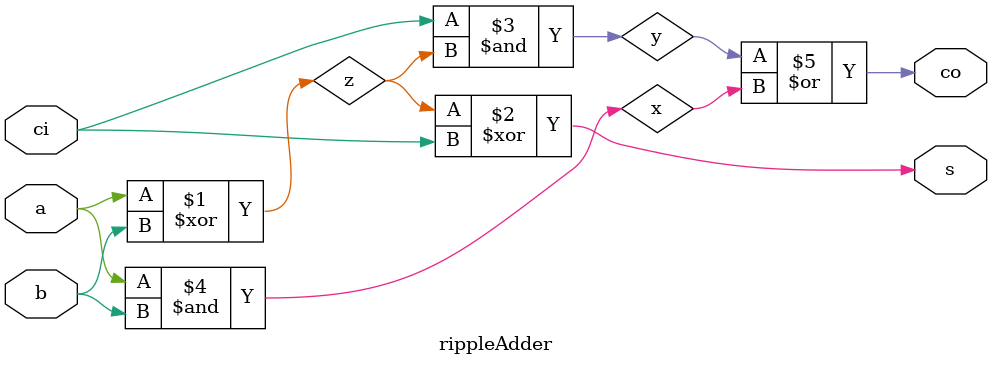
<source format=v>

module rippleAdder(a, b, ci, s, co);

    input a, b, ci;
    output s, co;
    wire z, y, x;
    
    // gate(output, inputs...)
    xor #20 xor0(z, a, b); 
    xor #20 xor1(s, z, ci);
    and #10 and0(y, ci, z);
    and #10 and1(x, a, b);
    or  #10 or0(co, y, x);

endmodule

</source>
